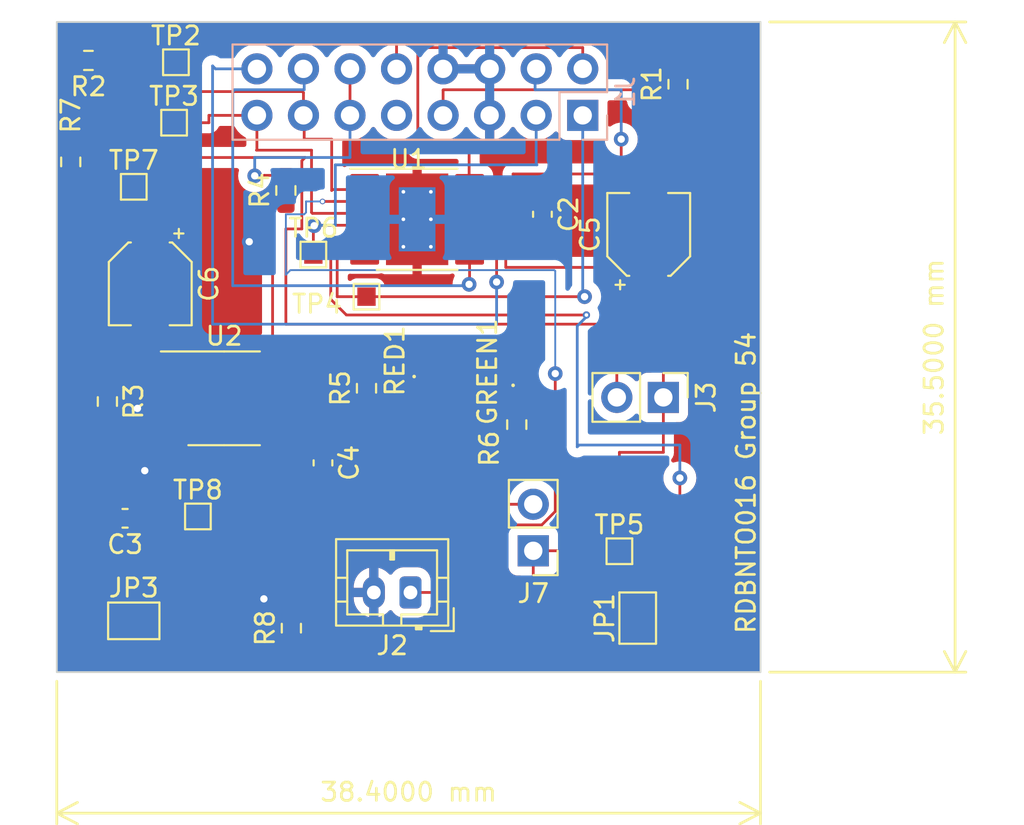
<source format=kicad_pcb>
(kicad_pcb (version 20221018) (generator pcbnew)
  (title_block (title "Power Schematic") (date "2024-03-24") (rev "5") (company "EEE3088F") (comment 2 "RDBNTO016") (comment 3 "Ntokozo Radebe"))
  (layers (0 "F.Cu" signal) (31 "B.Cu" signal) (34 "B.Paste" user) (35 "F.Paste" user) (36 "B.SilkS" user "B.Silkscreen") (37 "F.SilkS" user "F.Silkscreen") (38 "B.Mask" user) (39 "F.Mask" user) (44 "Edge.Cuts" user))
  (net 0 "")
  (net 1 "VM")
  (net 2 "Motor2_B")
  (net 3 "BATT+")
  (net 4 "Motor2_A")
  (net 5 "Motor1_B")
  (net 6 "Motor1_A")
  (net 7 "Net-(GREEN1-A)")
  (net 8 "Net-(JP1-A)")
  (net 9 "Net-(U2-PROG)")
  (net 10 "BATT-")
  (net 11 "Net-(JP3-A)")
  (net 12 "Net-(U2-~{CHRG})")
  (net 13 "Net-(RED1-K)")
  (net 14 "Net-(U2-~{STDBY})")
  (net 15 "Net-(GREEN1-K)")
  (net 16 "Net-(J7-Pin_2)")
  (net 20 "5V")
  (net 21 "BATT_ADC")
  (net 22 "Net-(U1-VINT)")
  (net 23 "Net-(JP3-B)")
  (net 24 "Net-(JP1-B)")
  (net 25 "PC8")
  (net 26 "PC9")
  (net 27 "PC7")
  (net 28 "PC6")
  (net 29 "RESV")
  (footprint "Resistor_SMD:R_0603_1608Metric" (layer "F.Cu") (at 123.5 67.6 90)
    (fp_text reference "R4" (at 0 -1.43 90) (layer "F.SilkS"))
    (fp_text value "0.4")
    (pad "1" smd roundrect (at -0.825 0 90) (size 0.8 0.95) (layers "F.Cu" "F.Paste" "F.Mask") (net 7 "Net-(GREEN1-A)"))
    (pad "2" smd roundrect (at 0.825 0 90) (size 0.8 0.95) (layers "F.Cu" "F.Paste" "F.Mask") (net 20 "5V"))
  )
  (footprint "Connector_PinHeader_2.54mm:PinHeader_1x02_P2.54mm_Vertical" (layer "F.Cu") (at 144.1 78.9 -90)
    (fp_text reference "J3" (at 0 -2.33 90) (layer "F.SilkS"))
    (fp_text value "Conn_01x02_Pin")
    (pad "1" thru_hole rect (at 0 0 270) (size 1.7 1.7) (drill 1) (layers "*.Cu" "*.Mask") (net 3 "BATT+"))
    (pad "2" thru_hole oval (at 0 2.54 270) (size 1.7 1.7) (drill 1) (layers "*.Cu" "*.Mask") (net 1 "VM"))
  )
  (footprint "Capacitor_SMD:C_0603_1608Metric" (layer "F.Cu") (at 114.725 85.5 180)
    (fp_text reference "C3" (at 0 -1.43) (layer "F.SilkS"))
    (fp_text value "100nF")
    (pad "1" smd roundrect (at -0.775 0 180) (size 0.9 0.95) (layers "F.Cu" "F.Paste" "F.Mask") (net 7 "Net-(GREEN1-A)"))
    (pad "2" smd roundrect (at 0.775 0 180) (size 0.9 0.95) (layers "F.Cu" "F.Paste" "F.Mask") (net 10 "BATT-"))
  )
  (footprint "TestPoint:TestPoint_Pad_1.0x1.0mm" (layer "F.Cu") (at 115.2 67.4)
    (fp_text reference "TP7" (at 0 -1.448) (layer "F.SilkS"))
    (fp_text value "TestPoint")
    (pad "1" smd rect (at 0 0) (size 1 1) (layers "F.Cu" "F.Mask") (net 1 "VM"))
  )
  (footprint "Capacitor_SMD:C_0603_1608Metric" (layer "F.Cu") (at 137.5 68.9 -90)
    (fp_text reference "C2" (at 0 -1.43 -270) (layer "F.SilkS"))
    (fp_text value "2.2uF")
    (pad "1" smd roundrect (at -0.775 0 270) (size 0.9 0.95) (layers "F.Cu" "F.Paste" "F.Mask") (net 22 "Net-(U1-VINT)"))
    (pad "2" smd roundrect (at 0.775 0 270) (size 0.9 0.95) (layers "F.Cu" "F.Paste" "F.Mask") (net 10 "BATT-"))
  )
  (footprint "TestPoint:TestPoint_Pad_1.0x1.0mm" (layer "F.Cu") (at 127.9 73.4)
    (fp_text reference "TP4" (at -2.7 0.4) (layer "F.SilkS"))
    (fp_text value "TestPoint")
    (pad "1" smd rect (at 0 0) (size 1 1) (layers "F.Cu" "F.Mask") (net 4 "Motor2_A"))
  )
  (footprint "TestPoint:TestPoint_Pad_1.0x1.0mm" (layer "F.Cu") (at 117.5 60.6)
    (fp_text reference "TP2" (at 0 -1.448) (layer "F.SilkS"))
    (fp_text value "TestPoint")
    (pad "1" smd rect (at 0 0) (size 1 1) (layers "F.Cu" "F.Mask") (net 6 "Motor1_A"))
  )
  (footprint "Resistor_SMD:R_0603_1608Metric" (layer "F.Cu") (at 111.76 66.04 90)
    (fp_text reference "R7" (at 2.54 0 90) (layer "F.SilkS"))
    (fp_text value "1")
    (pad "1" smd roundrect (at -0.825 0 90) (size 0.8 0.95) (layers "F.Cu" "F.Paste" "F.Mask") (net 11 "Net-(JP3-A)"))
    (pad "2" smd roundrect (at 0.825 0 90) (size 0.8 0.95) (layers "F.Cu" "F.Paste" "F.Mask") (net 10 "BATT-"))
  )
  (footprint "Resistor_SMD:R_0603_1608Metric" (layer "F.Cu") (at 127.9 78.4 90)
    (fp_text reference "R5" (at 0 -1.43 90) (layer "F.SilkS"))
    (fp_text value "1k")
    (pad "1" smd roundrect (at -0.825 0 90) (size 0.8 0.95) (layers "F.Cu" "F.Paste" "F.Mask") (net 12 "Net-(U2-~{CHRG})"))
    (pad "2" smd roundrect (at 0.825 0 90) (size 0.8 0.95) (layers "F.Cu" "F.Paste" "F.Mask") (net 13 "Net-(RED1-K)"))
  )
  (footprint "Jumper:SolderJumper-2_P1.3mm_Open_Pad1.0x1.5mm" (layer "F.Cu") (at 142.7 90.95 90)
    (fp_text reference "JP1" (at 0 -1.8 90) (layer "F.SilkS"))
    (fp_text value "SolderJumper_2_Open")
    (pad "1" smd rect (at -0.65 0 90) (size 1 1.5) (layers "F.Cu" "F.Mask") (net 8 "Net-(JP1-A)"))
    (pad "2" smd rect (at 0.65 0 90) (size 1 1.5) (layers "F.Cu" "F.Mask") (net 24 "Net-(JP1-B)"))
  )
  (footprint "Resistor_SMD:R_0603_1608Metric" (layer "F.Cu") (at 136.1 80.385 90)
    (fp_text reference "R6" (at -1.315 -1.5 90) (layer "F.SilkS"))
    (fp_text value "1k")
    (pad "1" smd roundrect (at -0.825 0 90) (size 0.8 0.95) (layers "F.Cu" "F.Paste" "F.Mask") (net 14 "Net-(U2-~{STDBY})"))
    (pad "2" smd roundrect (at 0.825 0 90) (size 0.8 0.95) (layers "F.Cu" "F.Paste" "F.Mask") (net 15 "Net-(GREEN1-K)"))
  )
  (footprint "Package_SO:HTSSOP-16-1EP_4.4x5mm_P0.65mm_EP3.4x5mm_Mask2.46x2.31mm_ThermalVias" (layer "F.Cu") (at 130.6625 69.175)
    (fp_text reference "U1" (at -0.4625 -3.275) (layer "F.SilkS"))
    (fp_text value "DRV8833PWP")
    (pad "1" smd roundrect (at -2.8625 -2.275) (size 1.575 0.4) (layers "F.Cu" "F.Paste" "F.Mask"))
    (pad "2" smd roundrect (at -2.8625 -1.625) (size 1.575 0.4) (layers "F.Cu" "F.Paste" "F.Mask") (net 6 "Motor1_A"))
    (pad "3" smd roundrect (at -2.8625 -0.975) (size 1.575 0.4) (layers "F.Cu" "F.Paste" "F.Mask") (net 23 "Net-(JP3-B)"))
    (pad "4" smd roundrect (at -2.8625 -0.325) (size 1.575 0.4) (layers "F.Cu" "F.Paste" "F.Mask") (net 5 "Motor1_B"))
    (pad "5" smd roundrect (at -2.8625 0.325) (size 1.575 0.4) (layers "F.Cu" "F.Paste" "F.Mask") (net 2 "Motor2_B"))
    (pad "6" smd roundrect (at -2.8625 0.975) (size 1.575 0.4) (layers "F.Cu" "F.Paste" "F.Mask") (net 24 "Net-(JP1-B)"))
    (pad "7" smd roundrect (at -2.8625 1.625) (size 1.575 0.4) (layers "F.Cu" "F.Paste" "F.Mask") (net 4 "Motor2_A"))
    (pad "8" smd roundrect (at -2.8625 2.275) (size 1.575 0.4) (layers "F.Cu" "F.Paste" "F.Mask"))
    (pad "9" smd roundrect (at 2.8625 2.275) (size 1.575 0.4) (layers "F.Cu" "F.Paste" "F.Mask") (net 25 "PC8"))
    (pad "10" smd roundrect (at 2.8625 1.625) (size 1.575 0.4) (layers "F.Cu" "F.Paste" "F.Mask") (net 26 "PC9"))
    (pad "11" smd roundrect (at 2.8625 0.975) (size 1.575 0.4) (layers "F.Cu" "F.Paste" "F.Mask") (net 1 "VM"))
    (pad "12" smd roundrect (at 2.8625 0.325) (size 1.575 0.4) (layers "F.Cu" "F.Paste" "F.Mask") (net 1 "VM"))
    (pad "13" smd roundrect (at 2.8625 -0.325) (size 1.575 0.4) (layers "F.Cu" "F.Paste" "F.Mask") (net 10 "BATT-"))
    (pad "14" smd roundrect (at 2.8625 -0.975) (size 1.575 0.4) (layers "F.Cu" "F.Paste" "F.Mask") (net 22 "Net-(U1-VINT)"))
    (pad "15" smd roundrect (at 2.8625 -1.625) (size 1.575 0.4) (layers "F.Cu" "F.Paste" "F.Mask") (net 27 "PC7"))
    (pad "16" smd roundrect (at 2.8625 -2.275) (size 1.575 0.4) (layers "F.Cu" "F.Paste" "F.Mask") (net 28 "PC6"))
    (pad "17" thru_hole circle (at -0.75 -1.5) (size 0.5 0.5) (drill 0.2) (layers "*.Cu") (net 10 "BATT-"))
    (pad "17" thru_hole circle (at -0.75 0) (size 0.5 0.5) (drill 0.2) (layers "*.Cu") (net 10 "BATT-"))
    (pad "17" thru_hole circle (at -0.75 1.5) (size 0.5 0.5) (drill 0.2) (layers "*.Cu") (net 10 "BATT-"))
    (pad "17" smd rect (at 0 0) (size 2 3.5) (layers "B.Cu") (net 10 "BATT-"))
    (pad "17" smd rect (at 0 0) (size 3.4 5) (layers "F.Cu") (net 10 "BATT-"))
    (pad "17" thru_hole circle (at 0.75 -1.5) (size 0.5 0.5) (drill 0.2) (layers "*.Cu") (net 10 "BATT-"))
    (pad "17" thru_hole circle (at 0.75 0) (size 0.5 0.5) (drill 0.2) (layers "*.Cu") (net 10 "BATT-"))
    (pad "17" thru_hole circle (at 0.75 1.5) (size 0.5 0.5) (drill 0.2) (layers "*.Cu") (net 10 "BATT-"))
  )
  (footprint "Connector_PinHeader_2.54mm:PinHeader_1x02_P2.54mm_Vertical" (layer "F.Cu") (at 137 87.275 180)
    (fp_text reference "J7" (at 0 -2.33) (layer "F.SilkS"))
    (fp_text value "Conn_01x02_Pin")
    (pad "1" thru_hole rect (at 0 0 180) (size 1.7 1.7) (drill 1) (layers "*.Cu" "*.Mask") (net 3 "BATT+"))
    (pad "2" thru_hole oval (at 0 2.54 180) (size 1.7 1.7) (drill 1) (layers "*.Cu" "*.Mask") (net 16 "Net-(J7-Pin_2)"))
  )
  (footprint "TestPoint:TestPoint_Pad_1.0x1.0mm" (layer "F.Cu") (at 141.7 87.3)
    (fp_text reference "TP5" (at 0 -1.448) (layer "F.SilkS"))
    (fp_text value "TestPoint")
    (pad "1" smd rect (at 0 0) (size 1 1) (layers "F.Cu" "F.Mask") (net 3 "BATT+"))
  )
  (footprint "Resistor_SMD:R_0603_1608Metric" (layer "F.Cu") (at 112.725 60.5 180)
    (fp_text reference "R2" (at 0 -1.43) (layer "F.SilkS"))
    (fp_text value "5k")
    (pad "1" smd roundrect (at -0.825 0 180) (size 0.8 0.95) (layers "F.Cu" "F.Paste" "F.Mask") (net 21 "BATT_ADC"))
    (pad "2" smd roundrect (at 0.825 0 180) (size 0.8 0.95) (layers "F.Cu" "F.Paste" "F.Mask") (net 10 "BATT-"))
  )
  (footprint "TestPoint:TestPoint_Pad_1.0x1.0mm" (layer "F.Cu") (at 118.7 85.4)
    (fp_text reference "TP8" (at 0 -1.448) (layer "F.SilkS"))
    (fp_text value "TestPoint")
    (pad "1" smd rect (at 0 0) (size 1 1) (layers "F.Cu" "F.Mask") (net 7 "Net-(GREEN1-A)"))
  )
  (footprint "Resistor_SMD:R_0603_1608Metric" (layer "F.Cu") (at 144.9 61.8 90)
    (fp_text reference "R1" (at 0 -1.43 90) (layer "F.SilkS"))
    (fp_text value "10k")
    (pad "1" smd roundrect (at -0.825 0 90) (size 0.8 0.95) (layers "F.Cu" "F.Paste" "F.Mask") (net 3 "BATT+"))
    (pad "2" smd roundrect (at 0.825 0 90) (size 0.8 0.95) (layers "F.Cu" "F.Paste" "F.Mask") (net 21 "BATT_ADC"))
  )
  (footprint "LED_SMD:LED_0201_0603Metric" (layer "F.Cu") (at 135.9 77.38 90)
    (fp_text reference "GREEN1" (at -0.12 -1.4 90) (layer "F.SilkS"))
    (fp_text value "LED")
    (pad "1" smd roundrect (at -0.32 0 90) (size 0.46 0.4) (layers "F.Cu" "F.Mask") (net 15 "Net-(GREEN1-K)"))
    (pad "2" smd roundrect (at 0.32 0 90) (size 0.46 0.4) (layers "F.Cu" "F.Mask") (net 7 "Net-(GREEN1-A)"))
  )
  (footprint "LED_SMD:LED_0201_0603Metric" (layer "F.Cu") (at 130.5 76.9 90)
    (fp_text reference "RED1" (at 0 -1.05 90) (layer "F.SilkS"))
    (fp_text value "LED")
    (pad "1" smd roundrect (at -0.32 0 90) (size 0.46 0.4) (layers "F.Cu" "F.Mask") (net 13 "Net-(RED1-K)"))
    (pad "2" smd roundrect (at 0.32 0 90) (size 0.46 0.4) (layers "F.Cu" "F.Mask") (net 7 "Net-(GREEN1-A)"))
  )
  (footprint "Capacitor_SMD:CP_Elec_4x3" (layer "F.Cu") (at 116.1 72.7 -90)
    (fp_text reference "C6" (at 0 -3.2 90) (layer "F.SilkS"))
    (fp_text value "0.01uF")
    (pad "1" smd roundrect (at -1.8 0 270) (size 2.6 1.6) (layers "F.Cu" "F.Paste" "F.Mask") (roundrect_rratio 0.15625) (net 1 "VM"))
    (pad "2" smd roundrect (at 1.8 0 270) (size 2.6 1.6) (layers "F.Cu" "F.Paste" "F.Mask") (roundrect_rratio 0.15625) (net 10 "BATT-"))
  )
  (footprint "TestPoint:TestPoint_Pad_1.0x1.0mm" (layer "F.Cu") (at 125 71.1)
    (fp_text reference "TP6" (at 0 -1.448) (layer "F.SilkS"))
    (fp_text value "TestPoint")
    (pad "1" smd rect (at 0 0) (size 1 1) (layers "F.Cu" "F.Mask") (net 2 "Motor2_B"))
  )
  (footprint "Capacitor_SMD:C_0603_1608Metric" (layer "F.Cu") (at 125.525 82.475 -90)
    (fp_text reference "C4" (at 0 -1.43 -270) (layer "F.SilkS"))
    (fp_text value "10uF")
    (pad "1" smd roundrect (at -0.775 0 270) (size 0.9 0.95) (layers "F.Cu" "F.Paste" "F.Mask") (net 16 "Net-(J7-Pin_2)"))
    (pad "2" smd roundrect (at 0.775 0 270) (size 0.9 0.95) (layers "F.Cu" "F.Paste" "F.Mask") (net 10 "BATT-"))
  )
  (footprint "Package_SO:SOIC-8-1EP_3.9x4.9mm_P1.27mm_EP2.29x3mm" (layer "F.Cu") (at 120.13 78.95)
    (fp_text reference "U2" (at 0 -3.4) (layer "F.SilkS"))
    (fp_text value "TP4056")
    (pad "1" smd roundrect (at -2.475 -1.905) (size 1.95 0.6) (layers "F.Cu" "F.Paste" "F.Mask") (net 10 "BATT-"))
    (pad "2" smd roundrect (at -2.475 -0.635) (size 1.95 0.6) (layers "F.Cu" "F.Paste" "F.Mask") (net 9 "Net-(U2-PROG)"))
    (pad "3" smd roundrect (at -2.475 0.635) (size 1.95 0.6) (layers "F.Cu" "F.Paste" "F.Mask") (net 10 "BATT-"))
    (pad "4" smd roundrect (at -2.475 1.905) (size 1.95 0.6) (layers "F.Cu" "F.Paste" "F.Mask") (net 7 "Net-(GREEN1-A)"))
    (pad "5" smd roundrect (at 2.475 1.905) (size 1.95 0.6) (layers "F.Cu" "F.Paste" "F.Mask") (net 16 "Net-(J7-Pin_2)"))
    (pad "6" smd roundrect (at 2.475 0.635) (size 1.95 0.6) (layers "F.Cu" "F.Paste" "F.Mask") (net 14 "Net-(U2-~{STDBY})"))
    (pad "7" smd roundrect (at 2.475 -0.635) (size 1.95 0.6) (layers "F.Cu" "F.Paste" "F.Mask") (net 12 "Net-(U2-~{CHRG})"))
    (pad "8" smd roundrect (at 2.475 -1.905) (size 1.95 0.6) (layers "F.Cu" "F.Paste" "F.Mask") (net 7 "Net-(GREEN1-A)"))
    (pad "9" smd rect (at 0 0) (size 2.29 3) (layers "F.Cu" "F.Mask"))
  )
  (footprint "Connector_JST:JST_PH_B2B-PH-K_1x02_P2.00mm_Vertical" (layer "F.Cu") (at 130.3 89.55 180)
    (fp_text reference "J2" (at 1 -2.9) (layer "F.SilkS"))
    (fp_text value "Battery")
    (pad "1" thru_hole roundrect (at 0 0 180) (size 1.2 1.75) (drill 0.75) (layers "*.Cu" "*.Mask") (roundrect_rratio 0.2083333333) (net 3 "BATT+"))
    (pad "2" thru_hole oval (at 2 0 180) (size 1.2 1.75) (drill 0.75) (layers "*.Cu" "*.Mask") (net 10 "BATT-"))
  )
  (footprint "TestPoint:TestPoint_Pad_1.0x1.0mm" (layer "F.Cu") (at 117.4 63.9)
    (fp_text reference "TP3" (at 0 -1.448) (layer "F.SilkS"))
    (fp_text value "TestPoint")
    (pad "1" smd rect (at 0 0) (size 1 1) (layers "F.Cu" "F.Mask") (net 5 "Motor1_B"))
  )
  (footprint "Resistor_SMD:R_0603_1608Metric" (layer "F.Cu") (at 123.8 91.5 90)
    (fp_text reference "R8" (at 0 -1.43 90) (layer "F.SilkS"))
    (fp_text value "1")
    (pad "1" smd roundrect (at -0.825 0 90) (size 0.8 0.95) (layers "F.Cu" "F.Paste" "F.Mask") (net 8 "Net-(JP1-A)"))
    (pad "2" smd roundrect (at 0.825 0 90) (size 0.8 0.95) (layers "F.Cu" "F.Paste" "F.Mask") (net 10 "BATT-"))
  )
  (footprint "Capacitor_SMD:CP_Elec_4x3" (layer "F.Cu") (at 143.3 70 90)
    (fp_text reference "C5" (at 0 -3.2 90) (layer "F.SilkS"))
    (fp_text value "10uF")
    (pad "1" smd roundrect (at -1.8 0 90) (size 2.6 1.6) (layers "F.Cu" "F.Paste" "F.Mask") (roundrect_rratio 0.15625) (net 1 "VM"))
    (pad "2" smd roundrect (at 1.8 0 90) (size 2.6 1.6) (layers "F.Cu" "F.Paste" "F.Mask") (roundrect_rratio 0.15625) (net 10 "BATT-"))
  )
  (footprint "Resistor_SMD:R_0603_1608Metric" (layer "F.Cu") (at 113.76 79.125 -90)
    (fp_text reference "R3" (at 0 -1.43 -270) (layer "F.SilkS"))
    (fp_text value "1.2k")
    (pad "1" smd roundrect (at -0.825 0 270) (size 0.8 0.95) (layers "F.Cu" "F.Paste" "F.Mask") (net 9 "Net-(U2-PROG)"))
    (pad "2" smd roundrect (at 0.825 0 270) (size 0.8 0.95) (layers "F.Cu" "F.Paste" "F.Mask") (net 10 "BATT-"))
  )
  (footprint "Jumper:SolderJumper-2_P1.3mm_Open_Pad1.0x1.5mm" (layer "F.Cu") (at 115.2 91.1)
    (fp_text reference "JP3" (at 0 -1.8) (layer "F.SilkS"))
    (fp_text value "SolderJumper_2_Open")
    (pad "1" smd rect (at -0.65 0) (size 1 1.5) (layers "F.Cu" "F.Mask") (net 11 "Net-(JP3-A)"))
    (pad "2" smd rect (at 0.65 0) (size 1 1.5) (layers "F.Cu" "F.Mask") (net 23 "Net-(JP3-B)"))
  )
  (footprint "Connector_PinHeader_2.54mm:PinHeader_2x08_P2.54mm_Vertical" (layer "B.Cu") (at 139.7 63.5 90)
    (fp_text reference "J1" (at 1.27 2.33 90) (layer "B.SilkS") (effects (justify mirror)))
    (fp_text value "Conn_02x08_Odd_Even")
    (pad "1" thru_hole rect (at 0 0 90) (size 1.7 1.7) (drill 1) (layers "*.Cu" "*.Mask") (net 4 "Motor2_A"))
    (pad "2" thru_hole oval (at 2.54 0 90) (size 1.7 1.7) (drill 1) (layers "*.Cu" "*.Mask") (net 28 "PC6"))
    (pad "3" thru_hole oval (at 0 -2.54 90) (size 1.7 1.7) (drill 1) (layers "*.Cu" "*.Mask") (net 2 "Motor2_B"))
    (pad "4" thru_hole oval (at 2.54 -2.54 90) (size 1.7 1.7) (drill 1) (layers "*.Cu" "*.Mask") (net 27 "PC7"))
    (pad "5" thru_hole oval (at 0 -5.08 90) (size 1.7 1.7) (drill 1) (layers "*.Cu" "*.Mask") (net 10 "BATT-"))
    (pad "6" thru_hole oval (at 2.54 -5.08 90) (size 1.7 1.7) (drill 1) (layers "*.Cu" "*.Mask") (net 10 "BATT-"))
    (pad "7" thru_hole oval (at 0 -7.62 90) (size 1.7 1.7) (drill 1) (layers "*.Cu" "*.Mask") (net 3 "BATT+"))
    (pad "8" thru_hole oval (at 2.54 -7.62 90) (size 1.7 1.7) (drill 1) (layers "*.Cu" "*.Mask") (net 10 "BATT-"))
    (pad "9" thru_hole oval (at 0 -10.16 90) (size 1.7 1.7) (drill 1) (layers "*.Cu" "*.Mask") (net 29 "RESV"))
    (pad "10" thru_hole oval (at 2.54 -10.16 90) (size 1.7 1.7) (drill 1) (layers "*.Cu" "*.Mask") (net 21 "BATT_ADC"))
    (pad "11" thru_hole oval (at 0 -12.7 90) (size 1.7 1.7) (drill 1) (layers "*.Cu" "*.Mask") (net 20 "5V"))
    (pad "12" thru_hole oval (at 2.54 -12.7 90) (size 1.7 1.7) (drill 1) (layers "*.Cu" "*.Mask") (net 20 "5V"))
    (pad "13" thru_hole oval (at 0 -15.24 90) (size 1.7 1.7) (drill 1) (layers "*.Cu" "*.Mask") (net 6 "Motor1_A"))
    (pad "14" thru_hole oval (at 2.54 -15.24 90) (size 1.7 1.7) (drill 1) (layers "*.Cu" "*.Mask") (net 25 "PC8"))
    (pad "15" thru_hole oval (at 0 -17.78 90) (size 1.7 1.7) (drill 1) (layers "*.Cu" "*.Mask") (net 5 "Motor1_B"))
    (pad "16" thru_hole oval (at 2.54 -17.78 90) (size 1.7 1.7) (drill 1) (layers "*.Cu" "*.Mask") (net 26 "PC9"))
  )
  (gr_rect (start 111 58.4) (end 149.4 93.9) (stroke (width 0.1)) (fill none) (layer "Edge.Cuts"))
  (gr_text "RDBNTO016 Group 54" (at 149.2 91.9 90) (layer "F.SilkS") (effects (font (size 1 1)) (justify left bottom)))
  (dimension (type aligned) (layer "F.SilkS") (pts (xy 111 93.9) (xy 149.4 93.9)) (height 7.7) (gr_text "38.4000 mm" (at 130.2 100.45) (layer "F.SilkS") (effects (font (size 1 1) (thickness 0.15)))) (format (prefix "") (suffix "") (units 3) (units_format 1) (precision 4)) (style (thickness 0.15) (arrow_length 1.27) (text_position_mode 0) (extension_height 0.58642) (extension_offset 0.5) keep_text_aligned))
  (dimension (type aligned) (layer "F.SilkS") (pts (xy 149.4 93.9) (xy 149.4 58.4)) (height 10.62) (gr_text "35.5000 mm" (at 158.87 76.15 90) (layer "F.SilkS") (effects (font (size 1 1) (thickness 0.15)))) (format (prefix "") (suffix "") (units 3) (units_format 1) (precision 4)) (style (thickness 0.15) (arrow_length 1.27) (text_position_mode 0) (extension_height 0.58642) (extension_offset 0.5) keep_text_aligned))
  (segment (start 115.2 67.4) (end 115.2 65.7) (width 0.15) (layer "F.Cu") (net 1))
  (segment (start 115.2 65.7) (end 115.3 65.8) (width 0.15) (layer "F.Cu") (net 1))
  (segment (start 116.1 70.9) (end 116.1 68.8) (width 0.15) (layer "F.Cu") (net 1))
  (segment (start 135.5 71.8) (end 135.5 70.2) (width 0.15) (layer "F.Cu") (net 1))
  (segment (start 141.56 74.9) (end 141.56 72.64) (width 0.15) (layer "F.Cu") (net 1))
  (segment (start 124.55 65.8) (end 124.370389 65.979611) (width 0.15) (layer "F.Cu") (net 1))
  (segment (start 116.1 68.8) (end 115.2 68.8) (width 0.15) (layer "F.Cu") (net 1))
  (segment (start 124.370389 69.7) (end 123.5 69.7) (width 0.15) (layer "F.Cu") (net 1))
  (segment (start 115.3 65.8) (end 124.55 65.8) (width 0.15) (layer "F.Cu") (net 1))
  (segment (start 141.7 72.5) (end 142.6 72.5) (width 0.15) (layer "F.Cu") (net 1))
  (segment (start 141.56 78.9) (end 141.56 74.9) (width 0.15) (layer "F.Cu") (net 1))
  (segment (start 142.6 72.5) (end 143.3 71.8) (width 0.15) (layer "F.Cu") (net 1))
  (segment (start 133.575 70.2) (end 133.525 70.15) (width 0.15) (layer "F.Cu") (net 1))
  (segment (start 141.56 72.64) (end 141.7 72.5) (width 0.15) (layer "F.Cu") (net 1))
  (segment (start 133.525 70.15) (end 133.525 69.5) (width 0.15) (layer "F.Cu") (net 1))
  (segment (start 143.3 71.8) (end 135.5 71.8) (width 0.15) (layer "F.Cu") (net 1))
  (segment (start 123.5 74.9) (end 141.56 74.9) (width 0.15) (layer "F.Cu") (net 1))
  (segment (start 135.5 70.2) (end 133.575 70.2) (width 0.15) (layer "F.Cu") (net 1))
  (segment (start 124.370389 65.979611) (end 124.370389 69.7) (width 0.15) (layer "F.Cu") (net 1))
  (segment (start 123.5 69.7) (end 123.5 74.9) (width 0.15) (layer "F.Cu") (net 1))
  (segment (start 115.2 68.8) (end 115.2 67.4) (width 0.15) (layer "F.Cu") (net 1))
  (segment (start 125 69.6) (end 125 69.5) (width 0.15) (layer "F.Cu") (net 2))
  (segment (start 125 69.5) (end 127.8 69.5) (width 0.15) (layer "F.Cu") (net 2))
  (segment (start 125 69.6) (end 125 69.569889) (width 0.15) (layer "F.Cu") (net 2))
  (segment (start 125 69.569889) (end 125.045389 69.5245) (width 0.15) (layer "F.Cu") (net 2))
  (segment (start 125 71.1) (end 125 69.6) (width 0.15) (layer "F.Cu") (net 2))
  (via (at 125.045389 69.5245) (size 0.8) (drill 0.4) (layers "F.Cu" "B.Cu") (net 2))
  (segment (start 126.2 69.5) (end 126.2 66.2) (width 0.15) (layer "B.Cu") (net 2))
  (segment (start 137.16 66.16) (end 137.16 63.5) (width 0.15) (layer "B.Cu") (net 2))
  (segment (start 126.2 66.2) (end 137.2 66.2) (width 0.15) (layer "B.Cu") (net 2))
  (segment (start 125.045389 69.5245) (end 125.069889 69.5) (width 0.15) (layer "B.Cu") (net 2))
  (segment (start 125.069889 69.5) (end 126.2 69.5) (width 0.15) (layer "B.Cu") (net 2))
  (segment (start 137.2 66.2) (end 137.16 66.16) (width 0.15) (layer "B.Cu") (net 2))
  (segment (start 141.675 87.275) (end 141.7 87.3) (width 0.15) (layer "F.Cu") (net 3))
  (segment (start 132.08 62.12) (end 132.1 62.1) (width 0.15) (layer "F.Cu") (net 3))
  (segment (start 136.95 89.55) (end 137 89.5) (width 0.15) (layer "F.Cu") (net 3))
  (segment (start 137 87.275) (end 141.675 87.275) (width 0.15) (layer "F.Cu") (net 3))
  (segment (start 144.825 62.7) (end 144.9 62.625) (width 0.15) (layer "F.Cu") (net 3))
  (segment (start 141.7 87.3) (end 141.7 81.9) (width 0.15) (layer "F.Cu") (net 3))
  (segment (start 130.3 89.55) (end 136.95 89.55) (width 0.15) (layer "F.Cu") (net 3))
  (segment (start 142.7 62.1) (end 142.7 62.7) (width 0.15) (layer "F.Cu") (net 3))
  (segment (start 147 62.6) (end 144.925 62.6) (width 0.15) (layer "F.Cu") (net 3))
  (segment (start 141.7 81.9) (end 144.1 81.9) (width 0.15) (layer "F.Cu") (net 3))
  (segment (start 147 75) (end 147 62.6) (width 0.15) (layer "F.Cu") (net 3))
  (segment (start 144.925 62.6) (end 144.9 62.625) (width 0.15) (layer "F.Cu") (net 3))
  (segment (start 137 89.5) (end 137 87.275) (width 0.15) (layer "F.Cu") (net 3))
  (segment (start 146.9 74.9) (end 147 75) (width 0.15) (layer "F.Cu") (net 3))
  (segment (start 144.1 81.9) (end 144.1 78.9) (width 0.15) (layer "F.Cu") (net 3))
  (segment (start 144.1 74.9) (end 146.9 74.9) (width 0.15) (layer "F.Cu") (net 3))
  (segment (start 144.1 78.9) (end 144.1 74.9) (width 0.15) (layer "F.Cu") (net 3))
  (segment (start 132.08 63.5) (end 132.08 62.12) (width 0.15) (layer "F.Cu") (net 3))
  (segment (start 142.7 62.7) (end 144.825 62.7) (width 0.15) (layer "F.Cu") (net 3))
  (segment (start 132.1 62.1) (end 142.7 62.1) (width 0.15) (layer "F.Cu") (net 3))
  (segment (start 126.4 70.8) (end 127.8 70.8) (width 0.15) (layer "F.Cu") (net 4))
  (segment (start 127.9 73.4) (end 139.8 73.4) (width 0.15) (layer "F.Cu") (net 4))
  (segment (start 127.9 73.4) (end 126.3 73.4) (width 0.15) (layer "F.Cu") (net 4))
  (segment (start 126.3 70.9) (end 126.4 70.8) (width 0.15) (layer "F.Cu") (net 4))
  (segment (start 126.3 73.4) (end 126.3 70.9) (width 0.15) (layer "F.Cu") (net 4))
  (via (at 139.8 73.4) (size 0.8) (drill 0.4) (layers "F.Cu" "B.Cu") (net 4))
  (segment (start 139.7 63.5) (end 139.7 73.3) (width 0.15) (layer "B.Cu") (net 4))
  (segment (start 139.7 73.3) (end 139.8 73.4) (width 0.15) (layer "B.Cu") (net 4))
  (segment (start 119.3 63.5) (end 121.92 63.5) (width 0.15) (layer "F.Cu") (net 5))
  (segment (start 121.92 65.38) (end 121.92 63.5) (width 0.15) (layer "F.Cu") (net 5))
  (segment (start 124.9 68.8) (end 124.9 65.4) (width 0.15) (layer "F.Cu") (net 5))
  (segment (start 124.9 65.4) (end 121.9 65.4) (width 0.15) (layer "F.Cu") (net 5))
  (segment (start 119.3 63.9) (end 119.3 63.5) (width 0.15) (layer "F.Cu") (net 5))
  (segment (start 121.9 65.4) (end 121.92 65.38) (width 0.15) (layer "F.Cu") (net 5))
  (segment (start 127.8 68.85) (end 124.95 68.85) (width 0.15) (layer "F.Cu") (net 5))
  (segment (start 124.95 68.85) (end 124.9 68.8) (width 0.15) (layer "F.Cu") (net 5))
  (segment (start 117.4 63.9) (end 119.3 63.9) (width 0.15) (layer "F.Cu") (net 5))
  (segment (start 126 67.6) (end 126 64.8) (width 0.15) (layer "F.Cu") (net 6))
  (segment (start 124.4 62.2) (end 124.46 62.26) (width 0.15) (layer "F.Cu") (net 6))
  (segment (start 124.5 63.54) (end 124.46 63.5) (width 0.15) (layer "F.Cu") (net 6))
  (segment (start 124.5 64.8) (end 124.5 63.54) (width 0.15) (layer "F.Cu") (net 6))
  (segment (start 124.46 62.26) (end 124.46 63.5) (width 0.15) (layer "F.Cu") (net 6))
  (segment (start 126 64.8) (end 124.5 64.8) (width 0.15) (layer "F.Cu") (net 6))
  (segment (start 117.5 62.2) (end 124.4 62.2) (width 0.15) (layer "F.Cu") (net 6))
  (segment (start 126.05 67.55) (end 126 67.6) (width 0.15) (layer "F.Cu") (net 6))
  (segment (start 127.8 67.55) (end 126.05 67.55) (width 0.15) (layer "F.Cu") (net 6))
  (segment (start 117.5 60.6) (end 117.5 62.2) (width 0.15) (layer "F.Cu") (net 6))
  (segment (start 115.2 80.8) (end 115.2 81.8) (width 0.15) (layer "F.Cu") (net 7))
  (segment (start 117.6 80.91) (end 117.655 80.855) (width 0.15) (layer "F.Cu") (net 7))
  (segment (start 118.7 85.4) (end 118.7 82.8) (width 0.15) (layer "F.Cu") (net 7))
  (segment (start 117.655 80.855) (end 117.6 80.8) (width 0.15) (layer "F.Cu") (net 7))
  (segment (start 132.8 77.1) (end 132.8 76.6) (width 0.15) (layer "F.Cu") (net 7))
  (segment (start 115.6 85.4) (end 118.7 85.4) (width 0.15) (layer "F.Cu") (net 7))
  (segment (start 117.6 80.8) (end 115.2 80.8) (width 0.15) (layer "F.Cu") (net 7))
  (segment (start 125.455 77.045) (end 125.5 77) (width 0.15) (layer "F.Cu") (net 7))
  (segment (start 125.5 77) (end 125.5 76.1) (width 0.15) (layer "F.Cu") (net 7))
  (segment (start 130.5 76.1) (end 130.5 76.58) (width 0.15) (layer "F.Cu") (net 7))
  (segment (start 123.425 68.5) (end 123.5 68.425) (width 0.15) (layer "F.Cu") (net 7))
  (segment (start 116.1 76.6) (end 116.1 76.075) (width 0.15) (layer "F.Cu") (net 7))
  (segment (start 118.7 82.8) (end 117.6 82.8) (width 0.15) (layer "F.Cu") (net 7))
  (segment (start 116.1 76.075) (end 122.775 76.075) (width 0.15) (layer "F.Cu") (net 7))
  (segment (start 111.8 81.8) (end 111.8 76.7) (width 0.15) (layer "F.Cu") (net 7))
  (segment (start 132.84 77.06) (end 132.8 77.1) (width 0.15) (layer "F.Cu") (net 7))
  (segment (start 125.5 76.1) (end 130.5 76.1) (width 0.15) (layer "F.Cu") (net 7))
  (segment (start 122.605 77.045) (end 125.455 77.045) (width 0.15) (layer "F.Cu") (net 7))
  (segment (start 130.52 76.6) (end 130.5 76.58) (width 0.15) (layer "F.Cu") (net 7))
  (segment (start 122.8 76.85) (end 122.605 77.045) (width 0.15) (layer "F.Cu") (net 7))
  (segment (start 111.8 76.7) (end 111.9 76.6) (width 0.15) (layer "F.Cu") (net 7))
  (segment (start 122.8 76.1) (end 122.8 76.85) (width 0.15) (layer "F.Cu") (net 7))
  (segment (start 122.775 68.575) (end 122.7 68.5) (width 0.15) (layer "F.Cu") (net 7))
  (segment (start 132.8 76.6) (end 130.52 76.6) (width 0.15) (layer "F.Cu") (net 7))
  (segment (start 115.2 81.8) (end 111.8 81.8) (width 0.15) (layer "F.Cu") (net 7))
  (segment (start 135.9 77.06) (end 132.84 77.06) (width 0.2) (layer "F.Cu") (net 7))
  (segment (start 122.7 68.5) (end 123.425 68.5) (width 0.15) (layer "F.Cu") (net 7))
  (segment (start 122.775 76.075) (end 122.775 68.575) (width 0.15) (layer "F.Cu") (net 7))
  (segment (start 122.775 76.075) (end 122.8 76.1) (width 0.15) (layer "F.Cu") (net 7))
  (segment (start 115.5 85.5) (end 115.6 85.4) (width 0.15) (layer "F.Cu") (net 7))
  (segment (start 111.9 76.6) (end 116.1 76.6) (width 0.15) (layer "F.Cu") (net 7))
  (segment (start 117.6 82.8) (end 117.6 80.91) (width 0.15) (layer "F.Cu") (net 7))
  (segment (start 140.6 91.6) (end 142.7 91.6) (width 0.15) (layer "F.Cu") (net 8))
  (segment (start 123.8 92.325) (end 140.525 92.325) (width 0.15) (layer "F.Cu") (net 8))
  (segment (start 140.6 92.4) (end 140.6 91.6) (width 0.15) (layer "F.Cu") (net 8))
  (segment (start 140.525 92.325) (end 140.6 92.4) (width 0.15) (layer "F.Cu") (net 8))
  (segment (start 117.64 78.3) (end 117.655 78.315) (width 0.15) (layer "F.Cu") (net 9))
  (segment (start 113.76 78.3) (end 117.64 78.3) (width 0.15) (layer "F.Cu") (net 9))
  (segment (start 138.975 68.2) (end 137.765165 69.409835) (width 0.2) (layer "F.Cu") (net 10))
  (segment (start 116.2 74.6) (end 116.1 74.5) (width 0.15) (layer "F.Cu") (net 10))
  (segment (start 112.45 79.95) (end 112.4 79.9) (width 0.15) (layer "F.Cu") (net 10))
  (segment (start 115.2 79.6) (end 115.2 79.9) (width 0.15) (layer "F.Cu") (net 10))
  (segment (start 112.4 79.9) (end 112.4 77) (width 0.15) (layer "F.Cu") (net 10))
  (segment (start 115.4 79.5) (end 115.315 79.585) (width 0.15) (layer "F.Cu") (net 10))
  (segment (start 129.3875 68.2) (end 129.9125 67.675) (width 0.15) (layer "F.Cu") (net 10))
  (segment (start 113.81 79.9) (end 113.76 79.95) (width 0.15) (layer "F.Cu") (net 10))
  (segment (start 115.485 79.585) (end 115.4 79.5) (width 0.15) (layer "F.Cu") (net 10))
  (segment (start 134.62 60.96) (end 132.08 60.96) (width 0.15) (layer "F.Cu") (net 10))
  (segment (start 137.5 69.675) (end 135.225 69.675) (width 0.15) (layer "F.Cu") (net 10))
  (segment (start 121.4 74.6) (end 116.2 74.6) (width 0.15) (layer "F.Cu") (net 10))
  (segment (start 117.61 77) (end 117.655 77.045) (width 0.15) (layer "F.Cu") (net 10))
  (segment (start 135.2 69.7) (end 135.2 68.9) (width 0.15) (layer "F.Cu") (net 10))
  (segment (start 113.76 79.95) (end 112.45 79.95) (width 0.15) (layer "F.Cu") (net 10))
  (segment (start 121.5 70.4) (end 121.5 74.5) (width 0.15) (layer "F.Cu") (net 10))
  (segment (start 117.655 79.585) (end 115.485 79.585) (width 0.15) (layer "F.Cu") (net 10))
  (segment (start 123.8 90.675) (end 123.075 90.675) (width 0.2) (layer "F.Cu") (net 10))
  (segment (start 135.2 68.9) (end 133.575 68.9) (width 0.15) (layer "F.Cu") (net 10))
  (segment (start 115.315 79.585) (end 115.215 79.585) (width 0.15) (layer "F.Cu") (net 10))
  (segment (start 132.232474 68.85) (end 131.659987 69.422487) (width 0.15) (layer "F.Cu") (net 10))
  (segment (start 133.575 68.9) (end 133.525 68.85) (width 0.15) (layer "F.Cu") (net 10))
  (segment (start 131.7375 68.85) (end 131.4125 69.175) (width 0.15) (layer "F.Cu") (net 10))
  (segment (start 143.3 68.2) (end 138.975 68.2) (width 0.2) (layer "F.Cu") (net 10))
  (segment (start 115.2 79.9) (end 113.81 79.9) (width 0.15) (layer "F.Cu") (net 10))
  (segment (start 123.075 90.675) (end 122.3 89.9) (width 0.2) (layer "F.Cu") (net 10))
  (segment (start 129.3875 70.15) (end 129.9125 70.675) (width 0.15) (layer "F.Cu") (net 10))
  (segment (start 133.525 68.85) (end 132.232474 68.85) (width 0.15) (layer "F.Cu") (net 10))
  (segment (start 135.225 69.675) (end 135.2 69.7) (width 0.15) (layer "F.Cu") (net 10))
  (segment (start 121.5 74.5) (end 121.4 74.6) (width 0.15) (layer "F.Cu") (net 10))
  (segment (start 115.215 79.585) (end 115.2 79.6) (width 0.15) (layer "F.Cu") (net 10))
  (segment (start 112.4 77) (end 117.61 77) (width 0.15) (layer "F.Cu") (net 10))
  (via (at 121.5 70.4) (size 0.8) (drill 0.4) (layers "F.Cu" "B.Cu") (net 10))
  (via (at 115.4 79.5) (size 0.8) (drill 0.4) (layers "F.Cu" "B.Cu") (net 10))
  (via (at 122.3 89.9) (size 0.8) (drill 0.4) (layers "F.Cu" "B.Cu") (net 10))
  (via (at 115.8 82.9) (size 0.8) (drill 0.4) (layers "F.Cu" "B.Cu") (net 10))
  (segment (start 115.4 80.2) (end 115.4 79.5) (width 0.15) (layer "B.Cu") (net 10))
  (segment (start 115.8 82.9) (end 115.8 80.2) (width 0.15) (layer "B.Cu") (net 10))
  (segment (start 115.8 80.2) (end 115.4 80.2) (width 0.15) (layer "B.Cu") (net 10))
  (segment (start 134.62 63.5) (end 134.62 60.96) (width 0.15) (layer "B.Cu") (net 10))
  (segment (start 131.4125 69.175) (end 129.9125 69.175) (width 0.2) (layer "B.Cu") (net 10))
  (segment (start 111.2 68.2) (end 111.1 68.1) (width 0.15) (layer "F.Cu") (net 11))
  (segment (start 111.7 68.2) (end 111.2 68.2) (width 0.15) (layer "F.Cu") (net 11))
  (segment (start 111.76 66.865) (end 111.76 68.14) (width 0.15) (layer "F.Cu") (net 11))
  (segment (start 111.075 91.1) (end 114.55 91.1) (width 0.15) (layer "F.Cu") (net 11))
  (segment (start 111.1 68.1) (end 111.075 68.125) (width 0.15) (layer "F.Cu") (net 11))
  (segment (start 111.075 68.125) (end 111.075 91.1) (width 0.15) (layer "F.Cu") (net 11))
  (segment (start 111.76 68.14) (end 111.7 68.2) (width 0.15) (layer "F.Cu") (net 11))
  (segment (start 125.4 79.2) (end 127.875 79.2) (width 0.15) (layer "F.Cu") (net 12))
  (segment (start 122.605 78.315) (end 125.385 78.315) (width 0.15) (layer "F.Cu") (net 12))
  (segment (start 125.4 78.3) (end 125.4 79.2) (width 0.15) (layer "F.Cu") (net 12))
  (segment (start 127.875 79.2) (end 127.9 79.225) (width 0.15) (layer "F.Cu") (net 12))
  (segment (start 125.385 78.315) (end 125.4 78.3) (width 0.15) (layer "F.Cu") (net 12))
  (segment (start 130.475 77.575) (end 130.5 77.6) (width 0.15) (layer "F.Cu") (net 13))
  (segment (start 127.9 77.575) (end 130.475 77.575) (width 0.15) (layer "F.Cu") (net 13))
  (segment (start 130.5 77.6) (end 130.5 77.22) (width 0.15) (layer "F.Cu") (net 13))
  (segment (start 135.99 81.1) (end 136.1 81.21) (width 0.15) (layer "F.Cu") (net 14))
  (segment (start 124.585 79.585) (end 124.6 79.6) (width 0.15) (layer "F.Cu") (net 14))
  (segment (start 124.6 79.6) (end 124.6 80.3) (width 0.15) (layer "F.Cu") (net 14))
  (segment (start 133.5 80.4) (end 133.5 81.1) (width 0.15) (layer "F.Cu") (net 14))
  (segment (start 122.605 79.585) (end 124.585 79.585) (width 0.15) (layer "F.Cu") (net 14))
  (segment (start 133.4 80.3) (end 133.5 80.4) (width 0.15) (layer "F.Cu") (net 14))
  (segment (start 133.5 81.1) (end 135.99 81.1) (width 0.15) (layer "F.Cu") (net 14))
  (segment (start 124.6 80.3) (end 133.4 80.3) (width 0.15) (layer "F.Cu") (net 14))
  (segment (start 135.9 77.7) (end 135.9 79.36) (width 0.15) (layer "F.Cu") (net 15))
  (segment (start 135.9 79.36) (end 136.1 79.56) (width 0.15) (layer "F.Cu") (net 15))
  (segment (start 127.8 81.8) (end 127.9 81.7) (width 0.15) (layer "F.Cu") (net 16))
  (segment (start 127.9 81.7) (end 125.525 81.7) (width 0.15) (layer "F.Cu") (net 16))
  (segment (start 122.605 81.605) (end 122.7 81.7) (width 0.15) (layer "F.Cu") (net 16))
  (segment (start 127.8 84.7) (end 127.8 81.8) (width 0.15) (layer "F.Cu") (net 16))
  (segment (start 137 84.735) (end 127.835 84.735) (width 0.15) (layer "F.Cu") (net 16))
  (segment (start 127.835 84.735) (end 127.8 84.7) (width 0.15) (layer "F.Cu") (net 16))
  (segment (start 122.605 80.855) (end 122.605 81.605) (width 0.15) (layer "F.Cu") (net 16))
  (segment (start 122.7 81.7) (end 125.525 81.7) (width 0.15) (layer "F.Cu") (net 16))
  (segment (start 123.5 66.775) (end 122.325 66.775) (width 0.15) (layer "F.Cu") (net 20))
  (segment (start 122.325 66.775) (end 122.3 66.8) (width 0.15) (layer "F.Cu") (net 20))
  (segment (start 127 63.5) (end 127 60.96) (width 0.15) (layer "F.Cu") (net 20))
  (segment (start 122.3 66.8) (end 121.8 66.8) (width 0.15) (layer "F.Cu") (net 20))
  (via (at 121.8 66.8) (size 0.8) (drill 0.4) (layers "F.Cu" "B.Cu") (net 20))
  (segment (start 121.8 65.8) (end 127 65.8) (width 0.15) (layer "B.Cu") (net 20))
  (segment (start 121.8 66.8) (end 121.8 65.8) (width 0.15) (layer "B.Cu") (net 20))
  (segment (start 127 65.8) (end 127 63.5) (width 0.15) (layer "B.Cu") (net 20))
  (segment (start 129.7 58.9) (end 144.9 58.9) (width 0.15) (layer "F.Cu") (net 21))
  (segment (start 144.9 58.9) (end 145 59) (width 0.15) (layer "F.Cu") (net 21))
  (segment (start 115.4 60.4) (end 115.4 58.9) (width 0.15) (layer "F.Cu") (net 21))
  (segment (start 115.4 58.9) (end 129.7 58.9) (width 0.15) (layer "F.Cu") (net 21))
  (segment (start 144.9 59.1) (end 144.9 60.975) (width 0.15) (layer "F.Cu") (net 21))
  (segment (start 115.3 60.5) (end 115.4 60.4) (width 0.15) (layer "F.Cu") (net 21))
  (segment (start 145 59) (end 144.9 59.1) (width 0.15) (layer "F.Cu") (net 21))
  (segment (start 113.55 60.5) (end 115.3 60.5) (width 0.15) (layer "F.Cu") (net 21))
  (segment (start 129.54 58.94) (end 129.5 58.9) (width 0.15) (layer "F.Cu") (net 21))
  (segment (start 129.54 60.96) (end 129.54 58.94) (width 0.15) (layer "F.Cu") (net 21))
  (segment (start 129.5 58.9) (end 129.7 58.9) (width 0.15) (layer "F.Cu") (net 21))
  (segment (start 137.425 68.2) (end 137.5 68.125) (width 0.15) (layer "F.Cu") (net 22))
  (segment (start 133.525 68.2) (end 137.425 68.2) (width 0.15) (layer "F.Cu") (net 22))
  (segment (start 127.8 68.2) (end 126.1 68.2) (width 0.15) (layer "F.Cu") (net 23))
  (segment (start 115.85 91.1) (end 121.09 85.86) (width 0.15) (layer "F.Cu") (net 23))
  (segment (start 137.465991 85.86) (end 138.2 85.125991) (width 0.15) (layer "F.Cu") (net 23))
  (segment (start 138.2 85.125991) (end 138.2 77.6) (width 0.15) (layer "F.Cu") (net 23))
  (segment (start 121.09 85.86) (end 137.465991 85.86) (width 0.15) (layer "F.Cu") (net 23))
  (segment (start 138.2 77.6) (end 138.2 77.7) (width 0.15) (layer "F.Cu") (net 23))
  (segment (start 126.1 68.2) (end 125.5 68.2) (width 0.15) (layer "F.Cu") (net 23))
  (via (at 125.5 68.2) (size 0.3) (drill 0.2) (layers "F.Cu" "B.Cu") (net 23))
  (via (at 138.2 77.6) (size 0.8) (drill 0.4) (layers "F.Cu" "B.Cu") (net 23))
  (segment (start 125.5 68.2) (end 124.6 68.2) (width 0.1) (layer "B.Cu") (net 23))
  (segment (start 123.5 72.2) (end 123.75 71.95) (width 0.1) (layer "B.Cu") (net 23))
  (segment (start 138.2 72) (end 138.2 77.6) (width 0.1) (layer "B.Cu") (net 23))
  (segment (start 124.6 68.8) (end 124.5 68.9) (width 0.1) (layer "B.Cu") (net 23))
  (segment (start 123.5 68.9) (end 123.5 72.2) (width 0.1) (layer "B.Cu") (net 23))
  (segment (start 124.5 68.9) (end 123.5 68.9) (width 0.1) (layer "B.Cu") (net 23))
  (segment (start 138.15 71.95) (end 138.2 72) (width 0.1) (layer "B.Cu") (net 23))
  (segment (start 123.75 71.95) (end 138.15 71.95) (width 0.1) (layer "B.Cu") (net 23))
  (segment (start 124.6 68.2) (end 124.6 68.8) (width 0.1) (layer "B.Cu") (net 23))
  (segment (start 126.805025 74.4) (end 139.9 74.4) (width 0.15) (layer "F.Cu") (net 24))
  (segment (start 127.8 70.15) (end 126.555026 70.15) (width 0.15) (layer "F.Cu") (net 24))
  (segment (start 145 90.2) (end 145 83.3) (width 0.15) (layer "F.Cu") (net 24))
  (segment (start 125.95 73.544975) (end 126.805025 74.4) (width 0.15) (layer "F.Cu") (net 24))
  (segment (start 125.95 70.755026) (end 125.95 73.544975) (width 0.15) (layer "F.Cu") (net 24))
  (segment (start 144.9 90.3) (end 145 90.2) (width 0.15) (layer "F.Cu") (net 24))
  (segment (start 142.7 90.3) (end 144.9 90.3) (width 0.15) (layer "F.Cu") (net 24))
  (segment (start 126.555026 70.15) (end 125.95 70.755026) (width 0.15) (layer "F.Cu") (net 24))
  (via (at 145 83.3) (size 0.8) (drill 0.4) (layers "F.Cu" "B.Cu") (net 24))
  (via (at 139.9 74.4) (size 0.4) (drill 0.2) (layers "F.Cu" "B.Cu") (net 24))
  (segment (start 145 83.3) (end 145 81.5) (width 0.15) (layer "B.Cu") (net 24))
  (segment (start 139.4 75) (end 139.9 74.5) (width 0.15) (layer "B.Cu") (net 24))
  (segment (start 139.9 74.5) (end 139.8 74.4) (width 0.15) (layer "B.Cu") (net 24))
  (segment (start 139.5 81.5) (end 139.4 81.6) (width 0.15) (layer "B.Cu") (net 24))
  (segment (start 139.4 81.6) (end 139.4 75) (width 0.15) (layer "B.Cu") (net 24))
  (segment (start 145 81.5) (end 139.5 81.5) (width 0.15) (layer "B.Cu") (net 24))
  (segment (start 133.525 71.45) (end 133.525 72.7005) (width 0.15) (layer "F.Cu") (net 25))
  (segment (start 133.525 72.7005) (end 133.5 72.7255) (width 0.15) (layer "F.Cu") (net 25))
  (via (at 133.5 72.7255) (size 0.8) (drill 0.4) (layers "F.Cu" "B.Cu") (net 25))
  (segment (start 120.6 72.8) (end 120.6 62.2) (width 0.15) (layer "B.Cu") (net 25))
  (segment (start 120.6 62.2) (end 120.7 62.1) (width 0.15) (layer "B.Cu") (net 25))
  (segment (start 124.5 62.1) (end 124.5 61) (width 0.15) (layer "B.Cu") (net 25))
  (segment (start 120.7 62.1) (end 124.5 62.1) (width 0.15) (layer "B.Cu") (net 25))
  (segment (start 133.5 72.7255) (end 133.4255 72.8) (width 0.15) (layer "B.Cu") (net 25))
  (segment (start 124.5 61) (end 124.46 60.96) (width 0.15) (layer "B.Cu") (net 25))
  (segment (start 133.4255 72.8) (end 120.6 72.8) (width 0.15) (layer "B.Cu") (net 25))
  (segment (start 133.525 70.8) (end 135 70.8) (width 0.15) (layer "F.Cu") (net 26))
  (segment (start 135 72.4) (end 135 72.6) (width 0.15) (layer "F.Cu") (net 26))
  (segment (start 135 70.8) (end 135 72.4) (width 0.15) (layer "F.Cu") (net 26))
  (via (at 135 72.6) (size 0.8) (drill 0.4) (layers "F.Cu" "B.Cu") (net 26))
  (segment (start 119.66 60.96) (end 121.92 60.96) (width 0.15) (layer "B.Cu") (net 26))
  (segment (start 119.5 74.9) (end 119.5 60.8) (width 0.15) (layer "B.Cu") (net 26))
  (segment (start 135 74.9) (end 119.5 74.9) (width 0.15) (layer "B.Cu") (net 26))
  (segment (start 119.5 60.8) (end 119.66 60.96) (width 0.15) (layer "B.Cu") (net 26))
  (segment (start 135 72.6) (end 135 74.9) (width 0.15) (layer "B.Cu") (net 26))
  (segment (start 135.9 67.5) (end 135.9 66.7) (width 0.15) (layer "F.Cu") (net 27))
  (segment (start 134.700991 67.55) (end 134.750991 67.5) (width 0.15) (layer "F.Cu") (net 27))
  (segment (start 135.9 66.7) (end 141.7 66.7) (width 0.15) (layer "F.Cu") (net 27))
  (segment (start 141.8 66.6) (end 141.8 64.8) (width 0.15) (layer "F.Cu") (net 27))
  (segment (start 134.750991 67.5) (end 135.9 67.5) (width 0.15) (layer "F.Cu") (net 27))
  (segment (start 141.7 66.7) (end 141.8 66.6) (width 0.15) (layer "F.Cu") (net 27))
  (segment (start 133.525 67.55) (end 134.700991 67.55) (width 0.15) (layer "F.Cu") (net 27))
  (via (at 141.8 64.8) (size 0.8) (drill 0.4) (layers "F.Cu" "B.Cu") (net 27))
  (segment (start 141.8 64.8) (end 141.8 62.1) (width 0.15) (layer "B.Cu") (net 27))
  (segment (start 137.1 62.1) (end 137.1 61.02) (width 0.15) (layer "B.Cu") (net 27))
  (segment (start 137.1 61.02) (end 137.16 60.96) (width 0.15) (layer "B.Cu") (net 27))
  (segment (start 141.8 62.1) (end 137.1 62.1) (width 0.15) (layer "B.Cu") (net 27))
  (segment (start 139.7 59.8) (end 139.7 60.96) (width 0.15) (layer "F.Cu") (net 28))
  (segment (start 133.525 66.9) (end 133.5 66.875) (width 0.15) (layer "F.Cu") (net 28))
  (segment (start 133.5 66.875) (end 133.5 65.3) (width 0.15) (layer "F.Cu") (net 28))
  (segment (start 130.7 59.8) (end 139.7 59.8) (width 0.15) (layer "F.Cu") (net 28))
  (segment (start 130.7 65.3) (end 130.7 59.8) (width 0.15) (layer "F.Cu") (net 28))
  (segment (start 133.5 65.3) (end 130.7 65.3) (width 0.15) (layer "F.Cu") (net 28))
  (zone (net 10) (net_name "BATT-") (layers "F&B.Cu") (connect_pads (clearance 0.5)) (min_thickness 0.25) (fill yes (thermal_gap 0.5) (thermal_bridge_width 0.5))
    (polygon (pts (xy 107.9 57.3) (xy 151.2 57.2) (xy 151.4 95.2) (xy 108.2 95.2)))
  )
)
</source>
